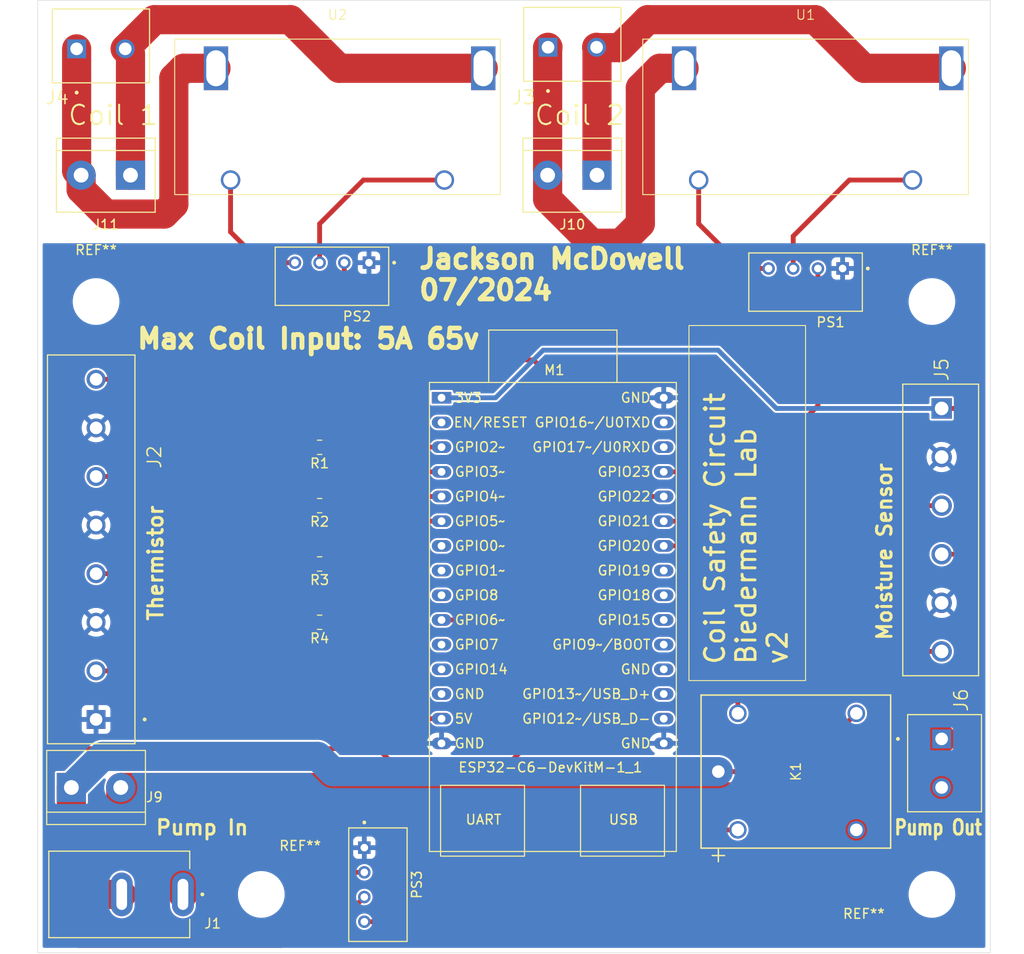
<source format=kicad_pcb>
(kicad_pcb (version 20240108) (generator "pcbnew") (generator_version "8.0")
  (title_block (title "Coil Safety Circuit") (date "2024-07-16") (rev "v2") (company "Biedermann Lab"))
  (layers (0 "F.Cu" signal) (31 "B.Cu" signal) (34 "B.Paste" user) (35 "F.Paste" user) (36 "B.SilkS" user "B.Silkscreen") (37 "F.SilkS" user "F.Silkscreen") (38 "B.Mask" user) (39 "F.Mask" user) (44 "Edge.Cuts" user))
  (net 0 "")
  (net 1 "Net-(J9-Pin_1)")
  (net 2 "Net-(J6-Pin_1)")
  (net 3 "Net-(J2-Pin_4)")
  (net 4 "Net-(J2-Pin_2)")
  (net 5 "GND")
  (net 6 "Net-(J2-Pin_6)")
  (net 7 "Net-(J2-Pin_8)")
  (net 8 "Net-(J10-Pin_1)")
  (net 9 "Net-(J10-Pin_2)")
  (net 10 "Net-(J11-Pin_1)")
  (net 11 "Net-(J11-Pin_2)")
  (net 12 "+3.3V")
  (net 13 "Net-(J5-Pin_3)")
  (net 14 "Net-(J5-Pin_6)")
  (net 15 "Net-(J6-Pin_2)")
  (net 16 "Net-(PS3-+VOUT)")
  (net 17 "Net-(PS3--VOUT)")
  (net 18 "Net-(M1-GPIO_22)")
  (net 21 "Net-(M1-GPIO_23)")
  (net 25 "Net-(M1-GPIO_6)")
  (net 37 "Net-(PS1-+VOUT)")
  (net 38 "Net-(PS1--VOUT)")
  (net 39 "Net-(PS2-+VOUT)")
  (net 40 "Net-(PS2--VOUT)")
  (net 41 "+5V")
  (footprint "Footprints:CUI_TB002-500-02BE" (layer "F.Cu") (at 106 57)
    (property "Reference" "J4" (at -2 5 0) (layer "F.SilkS") (effects (font (size 1.4 1.4))))
    (property "Value" "Screw_Terminal_01x02")
    (fp_line (start -2.5 -4.1) (end 7.5 -4.1) (stroke (width 0.127)) (layer "F.SilkS"))
    (fp_line (start -2.5 3.5) (end -2.5 -4.1) (stroke (width 0.127)) (layer "F.SilkS"))
    (fp_line (start 7.5 -4.1) (end 7.5 3.5) (stroke (width 0.127)) (layer "F.SilkS"))
    (fp_line (start 7.5 3.5) (end -2.5 3.5) (stroke (width 0.127)) (layer "F.SilkS"))
    (fp_circle (center 0 4.5) (end 0.1 4.5) (stroke (width 0.2)) (fill none) (layer "F.SilkS"))
    (pad "1" thru_hole rect (at 0 0) (size 1.95 1.95) (drill 1.3) (layers "*.Cu" "*.Mask") (net 11 "Net-(J11-Pin_2)"))
    (pad "2" thru_hole circle (at 5 0) (size 1.95 1.95) (drill 1.3) (layers "*.Cu" "*.Mask") (net 10 "Net-(J11-Pin_1)"))
  )
  (footprint "TerminalBlock:TerminalBlock_bornier-2_P5.08mm" (layer "F.Cu") (at 159.54 70 180)
    (property "Reference" "J10" (at 2.54 -5.08 0) (layer "F.SilkS"))
    (property "Value" "Conn_01x02_Pin")
    (fp_line (start 7.62 3.81) (end 7.62 -3.81) (stroke (width 0.12)) (layer "F.SilkS"))
    (fp_line (start 7.62 2.54) (end -2.54 2.54) (stroke (width 0.12)) (layer "F.SilkS"))
    (fp_line (start 7.62 -3.81) (end -2.54 -3.81) (stroke (width 0.12)) (layer "F.SilkS"))
    (fp_line (start -2.54 3.81) (end 7.62 3.81) (stroke (width 0.12)) (layer "F.SilkS"))
    (fp_line (start -2.54 -3.81) (end -2.54 3.81) (stroke (width 0.12)) (layer "F.SilkS"))
    (pad "1" thru_hole rect (at 0 0 180) (size 3 3) (drill 1.52) (layers "*.Cu" "*.Mask") (net 8 "Net-(J10-Pin_1)"))
    (pad "2" thru_hole circle (at 5.08 0 180) (size 3 3) (drill 1.52) (layers "*.Cu" "*.Mask") (net 9 "Net-(J10-Pin_2)"))
  )
  (footprint "TerminalBlock:TerminalBlock_bornier-2_P5.08mm" (layer "F.Cu") (at 111.54 70 180)
    (property "Reference" "J11" (at 2.54 -5.08 0) (layer "F.SilkS"))
    (property "Value" "Conn_01x02_Pin")
    (fp_line (start 7.62 3.81) (end 7.62 -3.81) (stroke (width 0.12)) (layer "F.SilkS"))
    (fp_line (start 7.62 2.54) (end -2.54 2.54) (stroke (width 0.12)) (layer "F.SilkS"))
    (fp_line (start 7.62 -3.81) (end -2.54 -3.81) (stroke (width 0.12)) (layer "F.SilkS"))
    (fp_line (start -2.54 3.81) (end 7.62 3.81) (stroke (width 0.12)) (layer "F.SilkS"))
    (fp_line (start -2.54 -3.81) (end -2.54 3.81) (stroke (width 0.12)) (layer "F.SilkS"))
    (pad "1" thru_hole rect (at 0 0 180) (size 3 3) (drill 1.52) (layers "*.Cu" "*.Mask") (net 10 "Net-(J11-Pin_1)"))
    (pad "2" thru_hole circle (at 5.08 0 180) (size 3 3) (drill 1.52) (layers "*.Cu" "*.Mask") (net 11 "Net-(J11-Pin_2)"))
  )
  (footprint "MountingHole:MountingHole_4.3mm_M4" (layer "F.Cu") (at 108 83)
    (property "Reference" "REF**" (at 0 -5.3 0) (layer "F.SilkS"))
    (property "Value" "MountingHole_4.3mm_M4")
    (pad "" np_thru_hole circle (at 0 0) (size 4.3 4.3) (drill 4.3) (layers "*.Cu" "*.Mask"))
  )
  (footprint "Resistor_SMD:R_0805_2012Metric" (layer "F.Cu") (at 131 98 180)
    (property "Reference" "R1" (at 0 -1.65 0) (layer "F.SilkS"))
    (property "Value" "10k")
    (fp_line (start -0.227064 0.735) (end 0.227064 0.735) (stroke (width 0.12)) (layer "F.SilkS"))
    (fp_line (start -0.227064 -0.735) (end 0.227064 -0.735) (stroke (width 0.12)) (layer "F.SilkS"))
    (pad "1" smd roundrect (at -0.9125 0 180) (size 1.025 1.4) (layers "F.Cu" "F.Paste" "F.Mask") (roundrect_rratio 0.243902) (net 7 "Net-(J2-Pin_8)"))
    (pad "2" smd roundrect (at 0.9125 0 180) (size 1.025 1.4) (layers "F.Cu" "F.Paste" "F.Mask") (roundrect_rratio 0.243902) (net 41 "+5V"))
  )
  (footprint "Footprints:CUI_TB002-500-02BE" (layer "F.Cu") (at 154.5 56.8375)
    (property "Reference" "J3" (at -2.5 5.1625 0) (layer "F.SilkS") (effects (font (size 1.4 1.4))))
    (property "Value" "Screw_Terminal_01x02")
    (fp_line (start -2.5 -4.1) (end 7.5 -4.1) (stroke (width 0.127)) (layer "F.SilkS"))
    (fp_line (start -2.5 3.5) (end -2.5 -4.1) (stroke (width 0.127)) (layer "F.SilkS"))
    (fp_line (start 7.5 -4.1) (end 7.5 3.5) (stroke (width 0.127)) (layer "F.SilkS"))
    (fp_line (start 7.5 3.5) (end -2.5 3.5) (stroke (width 0.127)) (layer "F.SilkS"))
    (fp_circle (center 0 4.5) (end 0.1 4.5) (stroke (width 0.2)) (fill none) (layer "F.SilkS"))
    (pad "1" thru_hole rect (at 0 0) (size 1.95 1.95) (drill 1.3) (layers "*.Cu" "*.Mask") (net 9 "Net-(J10-Pin_2)"))
    (pad "2" thru_hole circle (at 5 0) (size 1.95 1.95) (drill 1.3) (layers "*.Cu" "*.Mask") (net 8 "Net-(J10-Pin_1)"))
  )
  (footprint "Footprints:AZDC007-1AE-12D" (layer "F.Cu") (at 181 64)
    (property "Reference" "U1" (at 0 -10.5 0) (layer "F.SilkS") (effects (font (thickness 0.1))))
    (property "Value" "AZDC007-1AE-12D")
    (fp_rect (start -16.75 -8) (end 16.75 8) (stroke (width 0.1)) (fill none) (layer "F.SilkS"))
    (pad "1" thru_hole circle (at -11 6.5) (size 2 2) (drill 1.5) (layers "*.Cu" "*.Mask") (net 37 "Net-(PS1-+VOUT)"))
    (pad "2" thru_hole circle (at 11 6.5) (size 2 2) (drill 1.5) (layers "*.Cu" "*.Mask") (net 38 "Net-(PS1--VOUT)"))
    (pad "3" thru_hole rect (at 15 -5) (size 2.5 4.5) (drill oval 2 3.7) (layers "*.Cu" "*.Mask") (net 8 "Net-(J10-Pin_1)"))
    (pad "4" thru_hole rect (at -12.5 -5) (size 2.5 4.5) (drill oval 2 3.7) (layers "*.Cu" "*.Mask") (net 9 "Net-(J10-Pin_2)"))
  )
  (footprint "Footprints:CONV_1S4E_0312S1U" (layer "F.Cu") (at 132.27 80.4 180)
    (property "Reference" "PS2" (at -2.575 -4.135 0) (layer "F.SilkS"))
    (property "Value" "1S4E_0312S1U")
    (fp_line (start 5.84 3) (end -5.84 3) (stroke (width 0.127)) (layer "F.SilkS"))
    (fp_line (start 5.84 -3) (end 5.84 3) (stroke (width 0.127)) (layer "F.SilkS"))
    (fp_line (start -5.84 3) (end -5.84 -3) (stroke (width 0.127)) (layer "F.SilkS"))
    (fp_line (start -5.84 -3) (end 5.84 -3) (stroke (width 0.127)) (layer "F.SilkS"))
    (fp_circle (center -6.4 1.4) (end -6.3 1.4) (stroke (width 0.2)) (fill none) (layer "F.SilkS"))
    (pad "1" thru_hole rect (at -3.81 1.4 180) (size 1.288 1.288) (drill 0.78) (layers "*.Cu" "*.Mask") (net 5 "GND"))
    (pad "2" thru_hole circle (at -1.27 1.4 180) (size 1.288 1.288) (drill 0.78) (layers "*.Cu" "*.Mask") (net 18 "Net-(M1-GPIO_22)"))
    (pad "3" thru_hole circle (at 1.27 1.4 180) (size 1.288 1.288) (drill 0.78) (layers "*.Cu" "*.Mask") (net 40 "Net-(PS2--VOUT)"))
    (pad "4" thru_hole circle (at 3.81 1.4 180) (size 1.288 1.288) (drill 0.78) (layers "*.Cu" "*.Mask") (net 39 "Net-(PS2-+VOUT)"))
  )
  (footprint "Footprints:CONV_1S4E_0312S1U" (layer "F.Cu") (at 137 143 -90)
    (property "Reference" "PS3" (at 0 -4 90) (layer "F.SilkS"))
    (property "Value" "1S4E_0312S1U")
    (fp_line (start -5.84 3) (end -5.84 -3) (stroke (width 0.127)) (layer "F.SilkS"))
    (fp_line (start 5.84 3) (end -5.84 3) (stroke (width 0.127)) (layer "F.SilkS"))
    (fp_line (start -5.84 -3) (end 5.84 -3) (stroke (width 0.127)) (layer "F.SilkS"))
    (fp_line (start 5.84 -3) (end 5.84 3) (stroke (width 0.127)) (layer "F.SilkS"))
    (fp_circle (center -6.4 1.4) (end -6.3 1.4) (stroke (width 0.2)) (fill none) (layer "F.SilkS"))
    (pad "1" thru_hole rect (at -3.81 1.4 270) (size 1.288 1.288) (drill 0.78) (layers "*.Cu" "*.Mask") (net 5 "GND"))
    (pad "2" thru_hole circle (at -1.27 1.4 270) (size 1.288 1.288) (drill 0.78) (layers "*.Cu" "*.Mask") (net 25 "Net-(M1-GPIO_6)"))
    (pad "3" thru_hole circle (at 1.27 1.4 270) (size 1.288 1.288) (drill 0.78) (layers "*.Cu" "*.Mask") (net 17 "Net-(PS3--VOUT)"))
    (pad "4" thru_hole circle (at 3.81 1.4 270) (size 1.288 1.288) (drill 0.78) (layers "*.Cu" "*.Mask") (net 16 "Net-(PS3-+VOUT)"))
  )
  (footprint "Footprints:CUI_TB001-500-08BE" (layer "F.Cu") (at 108 126 90)
    (property "Reference" "J2" (at 27 6 90) (layer "F.SilkS") (effects (font (size 1.4 1.4))))
    (property "Value" "Screw_Terminal_01x08")
    (fp_line (start 37.5 -5) (end 37.5 4) (stroke (width 0.127)) (layer "F.SilkS"))
    (fp_line (start -2.5 -5) (end 37.5 -5) (stroke (width 0.127)) (layer "F.SilkS"))
    (fp_line (start 37.5 4) (end -2.5 4) (stroke (width 0.127)) (layer "F.SilkS"))
    (fp_line (start -2.5 4) (end -2.5 -5) (stroke (width 0.127)) (layer "F.SilkS"))
    (fp_circle (center 0 5) (end 0.1 5) (stroke (width 0.2)) (fill none) (layer "F.SilkS"))
    (pad "1" thru_hole rect (at 0 0 90) (size 1.95 1.95) (drill 1.3) (layers "*.Cu" "*.Mask") (net 5 "GND"))
    (pad "2" thru_hole circle (at 5 0 90) (size 1.95 1.95) (drill 1.3) (layers "*.Cu" "*.Mask") (net 4 "Net-(J2-Pin_2)"))
    (pad "3" thru_hole circle (at 10 0 90) (size 1.95 1.95) (drill 1.3) (layers "*.Cu" "*.Mask") (net 5 "GND"))
    (pad "4" thru_hole circle (at 15 0 90) (size 1.95 1.95) (drill 1.3) (layers "*.Cu" "*.Mask") (net 3 "Net-(J2-Pin_4)"))
    (pad "5" thru_hole circle (at 20 0 90) (size 1.95 1.95) (drill 1.3) (layers "*.Cu" "*.Mask") (net 5 "GND"))
    (pad "6" thru_hole circle (at 25 0 90) (size 1.95 1.95) (drill 1.3) (layers "*.Cu" "*.Mask") (net 6 "Net-(J2-Pin_6)"))
    (pad "7" thru_hole circle (at 30 0 90) (size 1.95 1.95) (drill 1.3) (layers "*.Cu" "*.Mask") (net 5 "GND"))
    (pad "8" thru_hole circle (at 35 0 90) (size 1.95 1.95) (drill 1.3) (layers "*.Cu" "*.Mask") (net 7 "Net-(J2-Pin_8)"))
  )
  (footprint "TerminalBlock:TerminalBlock_bornier-2_P5.08mm" (layer "F.Cu") (at 105.46 133)
    (property "Reference" "J9" (at 8.54 1 0) (layer "F.SilkS"))
    (property "Value" "Conn_01x02_Pin")
    (fp_line (start -2.54 -3.81) (end -2.54 3.81) (stroke (width 0.12)) (layer "F.SilkS"))
    (fp_line (start -2.54 3.81) (end 7.62 3.81) (stroke (width 0.12)) (layer "F.SilkS"))
    (fp_line (start 7.62 -3.81) (end -2.54 -3.81) (stroke (width 0.12)) (layer "F.SilkS"))
    (fp_line (start 7.62 2.54) (end -2.54 2.54) (stroke (width 0.12)) (layer "F.SilkS"))
    (fp_line (start 7.62 3.81) (end 7.62 -3.81) (stroke (width 0.12)) (layer "F.SilkS"))
    (pad "1" thru_hole rect (at 0 0) (size 3 3) (drill 1.52) (layers "*.Cu" "*.Mask") (net 1 "Net-(J9-Pin_1)"))
    (pad "2" thru_hole circle (at 5.08 0) (size 3 3) (drill 1.52) (layers "*.Cu" "*.Mask") (net 2 "Net-(J6-Pin_1)"))
  )
  (footprint "MountingHole:MountingHole_4.3mm_M4" (layer "F.Cu") (at 125 144)
    (property "Reference" "REF**" (at 4 -5 0) (layer "F.SilkS"))
    (property "Value" "MountingHole_4.3mm_M4")
    (pad "" np_thru_hole circle (at 0 0) (size 4.3 4.3) (drill 4.3) (layers "*.Cu" "*.Mask"))
  )
  (footprint "MountingHole:MountingHole_4.3mm_M4" (layer "F.Cu") (at 194 83)
    (property "Reference" "REF**" (at 0 -5.3 0) (layer "F.SilkS"))
    (property "Value" "MountingHole_4.3mm_M4")
    (pad "" np_thru_hole circle (at 0 0) (size 4.3 4.3) (drill 4.3) (layers "*.Cu" "*.Mask"))
  )
  (footprint "Resistor_SMD:R_0805_2012Metric" (layer "F.Cu") (at 131 104 180)
    (property "Reference" "R2" (at 0 -1.65 0) (layer "F.SilkS"))
    (property "Value" "10k")
    (fp_line (start -0.227064 0.735) (end 0.227064 0.735) (stroke (width 0.12)) (layer "F.SilkS"))
    (fp_line (start -0.227064 -0.735) (end 0.227064 -0.735) (stroke (width 0.12)) (layer "F.SilkS"))
    (pad "1" smd roundrect (at -0.9125 0 180) (size 1.025 1.4) (layers "F.Cu" "F.Paste" "F.Mask") (roundrect_rratio 0.243902) (net 6 "Net-(J2-Pin_6)"))
    (pad "2" smd roundrect (at 0.9125 0 180) (size 1.025 1.4) (layers "F.Cu" "F.Paste" "F.Mask") (roundrect_rratio 0.243902) (net 41 "+5V"))
  )
  (footprint "Resistor_SMD:R_0805_2012Metric" (layer "F.Cu") (at 131 110 180)
    (property "Reference" "R3" (at 0 -1.65 0) (layer "F.SilkS"))
    (property "Value" "10k")
    (fp_line (start -0.227064 0.735) (end 0.227064 0.735) (stroke (width 0.12)) (layer "F.SilkS"))
    (fp_line (start -0.227064 -0.735) (end 0.227064 -0.735) (stroke (width 0.12)) (layer "F.SilkS"))
    (pad "1" smd roundrect (at -0.9125 0 180) (size 1.025 1.4) (layers "F.Cu" "F.Paste" "F.Mask") (roundrect_rratio 0.243902) (net 3 "Net-(J2-Pin_4)"))
    (pad "2" smd roundrect (at 0.9125 0 180) (size 1.025 1.4) (layers "F.Cu" "F.Paste" "F.Mask") (roundrect_rratio 0.243902) (net 41 "+5V"))
  )
  (footprint "Resistor_SMD:R_0805_2012Metric" (layer "F.Cu") (at 131 116 180)
    (property "Reference" "R4" (at 0 -1.65 0) (layer "F.SilkS"))
    (property "Value" "10k")
    (fp_line (start -0.227064 0.735) (end 0.227064 0.735) (stroke (width 0.12)) (layer "F.SilkS"))
    (fp_line (start -0.227064 -0.735) (end 0.227064 -0.735) (stroke (width 0.12)) (layer "F.SilkS"))
    (pad "1" smd roundrect (at -0.9125 0 180) (size 1.025 1.4) (layers "F.Cu" "F.Paste" "F.Mask") (roundrect_rratio 0.243902) (net 4 "Net-(J2-Pin_2)"))
    (pad "2" smd roundrect (at 0.9125 0 180) (size 1.025 1.4) (layers "F.Cu" "F.Paste" "F.Mask") (roundrect_rratio 0.243902) (net 41 "+5V"))
  )
  (footprint "Footprints:ESP32-C6-DevKitM-1" (layer "F.Cu") (at 143.546 92.90026)
    (property "Reference" "M1" (at 11.6078 -2.8448 0) (layer "F.SilkS"))
    (property "Value" "ESP32-C6-DevKitM-1_1" (at 11.2 38.033 180) (layer "F.SilkS"))
    (fp_line (start -1.246 -1.575) (end -1.246 46.685) (stroke (width 0.12)) (layer "F.SilkS"))
    (fp_line (start -1.246 46.685) (end 24.154 46.685) (stroke (width 0.12)) (layer "F.SilkS"))
    (fp_line (start 4.85172 -6.96532) (end 18.05172 -6.96532) (stroke (width 0.12)) (layer "F.SilkS"))
    (fp_line (start 4.85172 -1.59532) (end 4.85172 -6.96532) (stroke (width 0.12)) (layer "F.SilkS"))
    (fp_line (start 18.05172 -6.96532) (end 18.05172 -1.59532) (stroke (width 0.12)) (layer "F.SilkS"))
    (fp_line (start 24.154 -1.575) (end -1.246 -1.575) (stroke (width 0.12)) (layer "F.SilkS"))
    (fp_line (start 24.154 46.685) (end 24.154 -1.575) (stroke (width 0.12)) (layer "F.SilkS"))
    (fp_rect (start -0.0998 39.875) (end 8.5362 47.1648) (stroke (width 0.12)) (fill none) (layer "F.SilkS"))
    (fp_rect (start 14.3002 39.875) (end 22.9362 47.1648) (stroke (width 0.12)) (fill none) (layer "F.SilkS"))
    (fp_text user "GND" (at 21.59 35.56 0) (layer "F.SilkS") (effects (justify right)))
    (fp_text user "GPIO20" (at 21.59 15.24 0) (layer "F.SilkS") (effects (justify right)))
    (fp_text user "GPIO0~" (at 1.27 15.24 0) (layer "F.SilkS") (effects (justify left)))
    (fp_text user "GPIO15" (at 21.59 22.86 0) (layer "F.SilkS") (effects (justify right)))
    (fp_text user "5V" (at 1.27 33.02 0) (layer "F.SilkS") (effects (justify left)))
    (fp_text user "GND" (at 1.27 35.56 0) (layer "F.SilkS") (effects (justify left)))
    (fp_text user "3V3" (at 1.27 0 0) (layer "F.SilkS") (effects (justify left)))
    (fp_text user "UART" (at 4.3198 43.9898 0) (layer "F.SilkS") (effects (justify bottom)))
    (fp_text user "EN/RESET" (at 8.88632 2.54 0) (layer "F.SilkS") (effects (justify right)))
    (fp_text user "GPIO14" (at 1.27 27.94 0) (layer "F.SilkS") (effects (justify left)))
    (fp_text user "GPIO12~/USB_D-" (at 21.59 33.02 0) (layer "F.SilkS") (effects (justify right)))
    (fp_text user "GPIO19" (at 21.59 17.78 0) (layer "F.SilkS") (effects (justify right)))
    (fp_text user "GPIO8" (at 1.27 20.32 0) (layer "F.SilkS") (effects (justify left)))
    (fp_text user "GPIO9~/BOOT" (at 21.59 25.4 0) (layer "F.SilkS") (effects (justify right)))
    (fp_text user "GPIO13~/USB_D+" (at 21.59 30.48 0) (layer "F.SilkS") (effects (justify right)))
    (fp_text user "GPIO18" (at 21.59 20.32 0) (layer "F.SilkS") (effects (justify right)))
    (fp_text user "GPIO7" (at 1.27 25.4 0) (layer "F.SilkS") (effects (justify left)))
    (fp_text user "GPIO6~" (at 1.27 22.86 0) (layer "F.SilkS") (effects (justify left)))
    (fp_text user "GPIO4~" (at 1.27 10.16 0) (layer "F.SilkS") (effects (justify left)))
    (fp_text user "GPIO17~/U0RXD" (at 21.59 5.08 0) (layer "F.SilkS") (effects (justify right)))
    (fp_text user "GPIO3~" (at 1.27 7.62 0) (layer "F.SilkS") (effects (justify left)))
    (fp_text user "GND" (at 1.27 30.48 0) (layer "F.SilkS") (effects (justify left)))
    (fp_text user "GPIO1~" (at 1.27 17.78 0) (layer "F.SilkS") (effects (justify left)))
    (fp_text user "GPIO16~/U0TXD" (at 21.59 2.54 0) (layer "F.SilkS") (effects (justify right)))
    (fp_text user "GPIO22" (at 21.59 10.16 0) (layer "F.SilkS") (effects (justify right)))
    (fp_text user "GPIO23" (at 21.59 7.62 0) (layer "F.SilkS") (effects (justify right)))
    (fp_text user "GND" (at 21.59 27.94 0) (layer "F.SilkS") (effects (justify right)))
    (fp_text user "GPIO5~" (at 1.27 12.7 0) (layer "F.SilkS") (effects (justify left)))
    (fp_text user "USB" (at 18.7198 43.9898 0) (layer "F.SilkS") (effects (justify bottom)))
    (fp_text user "GPIO21" (at 21.59 12.7 0) (layer "F.SilkS") (effects (justify right)))
    (fp_text user "GPIO2~" (at 1.27 5.08 0) (layer "F.SilkS") (effects (justify left)))
    (fp_text user "GND" (at 21.59 0 0) (layer "F.SilkS") (effects (justify right)))
    (pad "1" thru_hole rect (at 0 0 270) (size 1.2 2) (drill 0.8) (layers "*.Cu" "*.Mask") (net 12 "+3.3V"))
    (pad "2" thru_hole oval (at 0 2.54 270) (size 1.2 2) (drill 0.8) (layers "*.Cu" "*.Mask"))
    (pad "3" thru_hole oval (at 0 5.08 270) (size 1.2 2) (drill 0.8) (layers "*.Cu" "*.Mask") (net 7 "Net-(J2-Pin_8)"))
    (pad "4" thru_hole oval (at 0 7.62 270) (size 1.2 2) (drill 0.8) (layers "*.Cu" "*.Mask") (net 6 "Net-(J2-Pin_6)"))
    (pad "5" thru_hole oval (at 0 10.16 270) (size 1.2 2) (drill 0.8) (layers "*.Cu" "*.Mask") (net 3 "Net-(J2-Pin_4)"))
    (pad "6" thru_hole oval (at 0 12.7 270) (size 1.2 2) (drill 0.8) (layers "*.Cu" "*.Mask") (net 4 "Net-(J2-Pin_2)"))
    (pad "7" thru_hole oval (at 0 15.24 270) (size 1.2 2) (drill 0.8) (layers "*.Cu" "*.Mask"))
    (pad "8" thru_hole oval (at 0 17.78 270) (size 1.2 2) (drill 0.8) (layers "*.Cu" "*.Mask"))
    (pad "9" thru_hole oval (at 0 20.32 270) (size 1.2 2) (drill 0.8) (layers "*.Cu" "*.Mask"))
    (pad "10" thru_hole oval (at 0 22.86 270) (size 1.2 2) (drill 0.8) (layers "*.Cu" "*.Mask") (net 25 "Net-(M1-GPIO_6)"))
    (pad "11" thru_hole oval (at 0 25.4 270) (size 1.2 2) (drill 0.8) (layers "*.Cu" "*.Mask"))
    (pad "12" thru_hole oval (at 0 27.94 270) (size 1.2 2) (drill 0.8) (layers "*.Cu" "*.Mask"))
    (pad "13" thru_hole oval (at 0 30.48 270) (size 1.2 2) (drill 0.8) (layers "*.Cu" "*.Mask"))
    (pad "14" thru_hole oval (at 0 33.02 270) (size 1.2 2) (drill 0.8) (layers "*.Cu" "*.Mask") (net 41 "+5V"))
    (pad "15" thru_hole oval (at 0 35.56 270) (size 1.2 2) (drill 0.8) (layers "*.Cu" "*.Mask") (net 5 "GND"))
    (pad "16" thru_hole oval (at 22.86 35.56 270) (size 1.2 2) (drill 0.8) (layers "*.Cu" "*.Mask") (net 5 "GND"))
    (pad "17" thru_hole oval (at 22.86 33.02 270) (size 1.2 2) (drill 0.8) (layers "*.Cu" "*.Mask"))
    (pad "18" thru_hole oval (at 22.86 30.48 270) (size 1.2 2) (drill 0.8) (layers "*.Cu" "*.Mask"))
    (pad "19" thru_hole oval (at 22.86 27.94 270) (size 1.2 2) (drill 0.8) (layers "*.Cu" "*.Mask"))
    (pad "20" thru_hole oval (at 22.86 25.4 270) (size 1.2 2) (drill 0.8) (layers "*.Cu" "*.Mask"))
    (pad "21" thru_hole oval (at 22.86 22.86 270) (size 1.2 2) (drill 0.8) (layers "*.Cu" "*.Mask"))
    (pad "22" thru_hole oval (at 22.86 20.32 270) (size 1.2 2) (drill 0.8) (layers "*.Cu" "*.Mask"))
    (pad "23" thru_hole oval (at 22.86 17.78 270) (size 1.2 2) (drill 0.8) (layers "*.Cu" "*.Mask"))
    (pad "24" thru_hole oval (at 22.86 15.24 270) (size 1.2 2) (drill 0.8) (layers "*.Cu" "*.Mask") (net 14 "Net-(J5-Pin_6)"))
    (pad "25" thru_hole oval (at 22.86 12.7 270) (size 1.2 2) (drill 0.8) (layers "*.Cu" "*.Mask") (net 13 "Net-(J5-Pin_3)"))
    (pad "26" thru_hole oval (at 22.86 10.16 270) (size 1.2 2) (drill 0.8) (layers "*.Cu" "*.Mask") (net 18 "Net-(M1-GPIO_22)"))
    (pad "27" thru_hole oval (at 22.86 7.62 270) (size 1.2 2) (drill 0.8) (layers "*.Cu" "*.Mask") (net 21 "Net-(M1-GPIO_23)"))
    (pad "28" thru_hole oval (at 22.86 5.08 270) (size 1.2 2) (drill 0.8) (layers "*.Cu" "*.Mask"))
    (pad "29" thru_hole oval (at 22.86 2.54 270) (size 1.2 2) (drill 0.8) (layers "*.Cu" "*.Mask"))
    (pad "30" thru_hole oval (at 22.86 0 270) (size 1.2 2) (drill 0.8) (layers "*.Cu" "*.Mask") (net 5 "GND"))
  )
  (footprint "MountingHole:MountingHole_4.3mm_M4" (layer "F.Cu") (at 194 144)
    (property "Reference" "REF**" (at -7 2 0) (layer "F.SilkS"))
    (property "Value" "MountingHole_4.3mm_M4")
    (pad "" np_thru_hole circle (at 0 0) (size 4.3 4.3) (drill 4.3) (layers "*.Cu" "*.Mask"))
  )
  (footprint "Footprints:CONV_1S4E_0312S1U" (layer "F.Cu") (at 181 81 180)
    (property "Reference" "PS1" (at -2.575 -4.135 0) (layer "F.SilkS"))
    (property "Value" "1S4E_0312S1U")
    (fp_line (start 5.84 3) (end -5.84 3) (stroke (width 0.127)) (layer "F.SilkS"))
    (fp_line (start 5.84 -3) (end 5.84 3) (stroke (width 0.127)) (layer "F.SilkS"))
    (fp_line (start -5.84 3) (end -5.84 -3) (stroke (width 0.127)) (layer "F.SilkS"))
    (fp_line (start -5.84 -3) (end 5.84 -3) (stroke (width 0.127)) (layer "F.SilkS"))
    (fp_circle (center -6.4 1.4) (end -6.3 1.4) (stroke (width 0.2)) (fill none) (layer "F.SilkS"))
    (pad "1" thru_hole rect (at -3.81 1.4 180) (size 1.288 1.288) (drill 0.78) (layers "*.Cu" "*.Mask") (net 5 "GND"))
    (pad "2" thru_hole circle (at -1.27 1.4 180) (size 1.288 1.288) (drill 0.78) (layers "*.Cu" "*.Mask") (net 21 "Net-(M1-GPIO_23)"))
    (pad "3" thru_hole circle (at 1.27 1.4 180) (size 1.288 1.288) (drill 0.78) (layers "*.Cu" "*.Mask") (net 38 "Net-(PS1--VOUT)"))
    (pad "4" thru_hole circle (at 3.81 1.4 180) (size 1.288 1.288) (drill 0.78) (layers "*.Cu" "*.Mask") (net 37 "Net-(PS1-+VOUT)"))
  )
  (footprint "Footprints:AZ943-1CH-12DE" (layer "F.Cu") (at 172.0244 131.365 90)
    (property "Reference" "K1" (at 0 7.9756 90) (layer "F.SilkS"))
    (property "Value" "AZ943-1CH-12DE")
    (fp_line (start 7.874 -1.778) (end -7.874 -1.778) (stroke (width 0.1524)) (layer "F.SilkS"))
    (fp_line (start 7.874 -1.778) (end 7.874 17.7292) (stroke (width 0.1524)) (layer "F.SilkS"))
    (fp_line (start -7.874 -1.778) (end -7.874 17.7292) (stroke (width 0.1524)) (layer "F.SilkS"))
    (fp_line (start -8.636 -0.635) (end -8.636 0.635) (stroke (width 0.1524)) (layer "F.SilkS"))
    (fp_line (start -9.271 0) (end -8.001 0) (stroke (width 0.1524)) (layer "F.SilkS"))
    (fp_line (start 7.874 17.7292) (end -7.874 17.7292) (stroke (width 0.1524)) (layer "F.SilkS"))
    (pad "1" thru_hole rect (at 0 0 90) (size 1.8034 1.8034) (drill 1.2954) (layers "*.Cu" "*.Mask") (net 1 "Net-(J9-Pin_1)"))
    (pad "2" thru_hole circle (at -5.9944 2.0066 90) (size 1.8034 1.8034) (drill 1.2954) (layers "*.Cu" "*.Mask") (net 16 "Net-(PS3-+VOUT)"))
    (pad "3" thru_hole circle (at -5.9944 14.1986 90) (size 1.8034 1.8034) (drill 1.2954) (layers "*.Cu" "*.Mask") (net 15 "Net-(J6-Pin_2)"))
    (pad "4" thru_hole circle (at 5.9944 14.1986 90) (size 1.8034 1.8034) (drill 1.2954) (layers "*.Cu" "*.Mask") (net 1 "Net-(J9-Pin_1)"))
    (pad "5" thru_hole circle (at 5.9944 2.0066 90) (size 1.8034 1.8034) (drill 1.2954) (layers "*.Cu" "*.Mask") (net 17 "Net-(PS3--VOUT)"))
  )
  (footprint "Footprints:CUI_PJ-037BH" (layer "F.Cu") (at 116.9375 144 180)
    (property "Reference" "J1" (at -3.0625 -3 0) (layer "F.SilkS") (effects (font (size 1.000315 1.000315))))
    (property "Value" "PJ-037BH")
    (fp_line (start 13.8 4.45) (end -0.7 4.45) (stroke (width 0.127)) (layer "F.SilkS"))
    (fp_line (start 13.8 -4.45) (end 13.8 4.45) (stroke (width 0.127)) (layer "F.SilkS"))
    (fp_line (start -0.7 4.45) (end -0.7 2.65) (stroke (width 0.127)) (layer "F.SilkS"))
    (fp_line (start -0.7 -2.55) (end -0.7 -4.45) (stroke (width 0.127)) (layer "F.SilkS"))
    (fp_line (start -0.7 -4.45) (end 13.8 -4.45) (stroke (width 0.127)) (layer "F.SilkS"))
    (fp_circle (center -2 0) (end -1.9 0) (stroke (width 0.2)) (fill none) (layer "F.SilkS"))
    (pad "1" thru_hole oval (at 0 0 180) (size 2.25 4.5) (drill oval 1.1 3.2) (layers "*.Cu" "*.Mask") (net 2 "Net-(J6-Pin_1)"))
    (pad "2" thru_hole oval (at 6.3 0 180) (size 2.25 4.5) (drill oval 1.1 3.2) (layers "*.Cu" "*.Mask") (net 1 "Net-(J9-Pin_1)"))
  )
  (footprint "Footprints:CUI_TB003-500-P06BE" (layer "F.Cu") (at 195 94 -90)
    (property "Reference" "J5" (at -4 0 90) (layer "F.SilkS") (effects (font (size 1.4 1.4))))
    (property "Value" "Screw_Terminal_01x06")
    (fp_line (start -2.5 4) (end -2.5 -3.8) (stroke (width 0.127)) (layer "F.SilkS"))
    (fp_line (start 27.5 4) (end -2.5 4) (stroke (width 0.127)) (layer "F.SilkS"))
    (fp_line (start -2.5 -3.8) (end 27.5 -3.8) (stroke (width 0.127)) (layer "F.SilkS"))
    (fp_line (start 27.5 -3.8) (end 27.5 4) (stroke (width 0.127)) (layer "F.SilkS"))
    (pad "1" thru_hole rect (at 0 0 270) (size 2.1 2.1) (drill 1.4) (layers "*.Cu" "*.Mask") (net 12 "+3.3V"))
    (pad "2" thru_hole circle (at 5 0 270) (size 2.1 2.1) (drill 1.4) (layers "*.Cu" "*.Mask") (net 5 "GND"))
    (pad "3" thru_hole circle (at 10 0 270) (size 2.1 2.1) (drill 1.4) (layers "*.Cu" "*.Mask") (net 13 "Net-(J5-Pin_3)"))
    (pad "4" thru_hole circle (at 15 0 270) (size 2.1 2.1) (drill 1.4) (layers "*.Cu" "*.Mask") (net 12 "+3.3V"))
    (pad "5" thru_hole circle (at 20 0 270) (size 2.1 2.1) (drill 1.4) (layers "*.Cu" "*.Mask") (net 5 "GND"))
    (pad "6" thru_hole circle (at 25 0 270) (size 2.1 2.1) (drill 1.4) (layers "*.Cu" "*.Mask") (net 14 "Net-(J5-Pin_6)"))
  )
  (footprint "Footprints:CUI_TB002-500-02BE" (layer "F.Cu") (at 195 128 -90)
    (property "Reference" "J6" (at -4 -2 90) (layer "F.SilkS") (effects (font (size 1.4 1.4))))
    (property "Value" "Screw_Terminal_01x02")
    (fp_line (start -2.5 3.5) (end -2.5 -4.1) (stroke (width 0.127)) (layer "F.SilkS"))
    (fp_line (start 7.5 3.5) (end -2.5 3.5) (stroke (width 0.127)) (layer "F.SilkS"))
    (fp_line (start -2.5 -4.1) (end 7.5 -4.1) (stroke (width 0.127)) (layer "F.SilkS"))
    (fp_line (start 7.5 -4.1) (end 7.5 3.5) (stroke (width 0.127)) (layer "F.SilkS"))
    (fp_circle (center 0 4.5) (end 0.1 4.5) (stroke (width 0.2)) (fill none) (layer "F.SilkS"))
    (pad "1" thru_hole rect (at 0 0 270) (size 1.95 1.95) (drill 1.3) (layers "*.Cu" "*.Mask") (net 2 "Net-(J6-Pin_1)"))
    (pad "2" thru_hole circle (at 5 0 270) (size 1.95 1.95) (drill 1.3) (layers "*.Cu" "*.Mask") (net 15 "Net-(J6-Pin_2)"))
  )
  (footprint "Footprints:AZDC007-1AE-12D" (layer "F.Cu") (at 132.8375 64)
    (property "Reference" "U2" (at 0 -10.5 0) (layer "F.SilkS") (effects (font (thickness 0.1))))
    (property "Value" "AZDC007-1AE-12D")
    (fp_rect (start -16.75 -8) (end 16.75 8) (stroke (width 0.1)) (fill none) (layer "F.SilkS"))
    (pad "1" thru_hole circle (at -11 6.5) (size 2 2) (drill 1.5) (layers "*.Cu" "*.Mask") (net 39 "Net-(PS2-+VOUT)"))
    (pad "2" thru_hole circle (at 11 6.5) (size 2 2) (drill 1.5) (layers "*.Cu" "*.Mask") (net 40 "Net-(PS2--VOUT)"))
    (pad "3" thru_hole rect (at 15 -5) (size 2.5 4.5) (drill oval 2 3.7) (layers "*.Cu" "*.Mask") (net 10 "Net-(J11-Pin_1)"))
    (pad "4" thru_hole rect (at -12.5 -5) (size 2.5 4.5) (drill oval 2 3.7) (layers "*.Cu" "*.Mask") (net 11 "Net-(J11-Pin_2)"))
  )
  (gr_rect (start 102 52) (end 200 150) (stroke (width 0.05)) (fill none) (layer "Edge.Cuts"))
  (gr_text "Jackson McDowell \n07/2024" (at 141 83 0) (layer "F.SilkS") (effects (font (size 2 2) (thickness 0.5) (bold yes)) (justify left bottom)))
  (gr_text "Moisture Sensor" (at 190 118 90) (layer "F.SilkS") (effects (font (size 1.5 1.5) (thickness 0.3) (bold yes)) (justify left bottom)))
  (gr_text "Thermistor" (at 115 116 90) (layer "F.SilkS") (effects (font (size 1.5 1.5) (thickness 0.3) (bold yes)) (justify left bottom)))
  (gr_text "Max Coil Input: 5A 65v" (at 112 88 0) (layer "F.SilkS") (effects (font (size 2 2) (thickness 0.5) (bold yes)) (justify left bottom)))
  (gr_text "Pump In" (at 114 138 0) (layer "F.SilkS") (effects (font (size 1.5 1.5) (thickness 0.3) (bold yes)) (justify left bottom)))
  (gr_text "Pump Out" (at 190 138 0) (layer "F.SilkS") (effects (font (size 1.5 1.2) (thickness 0.3) (bold yes)) (justify left bottom)))
  (gr_text "Coil 2" (at 153 65 0) (layer "F.SilkS") (effects (font (size 2 2) (thickness 0.2)) (justify left bottom)))
  (gr_text "Coil 1" (at 105 65 0) (layer "F.SilkS") (effects (font (size 2 2) (thickness 0.2)) (justify left bottom)))
  (gr_text_box "Coil Safety Circuit\nBiedermann Lab\nv2\n" (start 169 85.4666) (end 181 122) (angle 90) (layer "F.SilkS") (effects (font (size 2 2) (thickness 0.3)) (justify left top)) (border yes) (stroke (width 0.1)))
  (segment (start 180.2286 131.365) (end 186.223 125.3706) (width 0.5) (layer "F.Cu") (net 1))
  (segment (start 105.46 141.46) (end 105.46 133) (width 3) (layer "F.Cu") (net 1))
  (segment (start 108 144) (end 105.46 141.46) (width 3) (layer "F.Cu") (net 1))
  (segment (start 110.6375 144) (end 108 144) (width 3) (layer "F.Cu") (net 1))
  (segment (start 172.0244 131.365) (end 180.2286 131.365) (width 0.5) (layer "F.Cu") (net 1))
  (segment (start 108.66 129.8) (end 130.8 129.8) (width 3) (layer "B.Cu") (net 1))
  (segment (start 132.365 131.365) (end 172.0244 131.365) (width 3) (layer "B.Cu") (net 1))
  (segment (start 130.8 129.8) (end 132.365 131.365) (width 3) (layer "B.Cu") (net 1))
  (segment (start 105.46 133) (end 108.66 129.8) (width 3) (layer "B.Cu") (net 1))
  (segment (start 134.9667 133.9667) (end 184.0333 133.9667) (width 3) (layer "F.Cu") (net 2))
  (segment (start 134 133) (end 134.9667 133.9667) (width 3) (layer "F.Cu") (net 2))
  (segment (start 116 139) (end 113 139) (width 3) (layer "F.Cu") (net 2))
  (segment (start 116.9375 139.9375) (end 116 139) (width 3) (layer "F.Cu") (net 2))
  (segment (start 110.54 136.54) (end 110.54 133) (width 3) (layer "F.Cu") (net 2))
  (segment (start 113 139) (end 110.54 136.54) (width 3) (layer "F.Cu") (net 2))
  (segment (start 110.54 133) (end 134 133) (width 3) (layer "F.Cu") (net 2))
  (segment (start 184.0333 133.9667) (end 190 128) (width 3) (layer "F.Cu") (net 2))
  (segment (start 116.9375 144) (end 116.9375 139.9375) (width 3) (layer "F.Cu") (net 2))
  (segment (start 190 128) (end 195 128) (width 3) (layer "F.Cu") (net 2))
  (segment (start 134 110) (end 140.93974 103.06026) (width 0.5) (layer "F.Cu") (net 3))
  (segment (start 118 111) (end 120 113) (width 0.5) (layer "F.Cu") (net 3))
  (segment (start 131.9125 112.0875) (end 131.9125 110) (width 0.5) (layer "F.Cu") (net 3))
  (segment (start 131.9125 110) (end 134 110) (width 0.5) (layer "F.Cu") (net 3))
  (segment (start 108 111) (end 118 111) (width 0.5) (layer "F.Cu") (net 3))
  (segment (start 120 113) (end 131 113) (width 0.5) (layer "F.Cu") (net 3))
  (segment (start 140.93974 103.06026) (end 143.546 103.06026) (width 0.5) (layer "F.Cu") (net 3))
  (segment (start 131 113) (end 131.9125 112.0875) (width 0.5) (layer "F.Cu") (net 3))
  (segment (start 134 116) (end 136 114) (width 0.5) (layer "F.Cu") (net 4))
  (segment (start 140.39974 105.60026) (end 143.546 105.60026) (width 0.5) (layer "F.Cu") (net 4))
  (segment (start 136 110) (end 140.39974 105.60026) (width 0.5) (layer "F.Cu") (net 4))
  (segment (start 131.9125 119.0875) (end 131.9125 116) (width 0.5) (layer "F.Cu") (net 4))
  (segment (start 130 121) (end 131.9125 119.0875) (width 0.5) (layer "F.Cu") (net 4))
  (segment (start 136 114) (end 136 110) (width 0.5) (layer "F.Cu") (net 4))
  (segment (start 131.9125 116) (end 134 116) (width 0.5) (layer "F.Cu") (net 4))
  (segment (start 108 121) (end 130 121) (width 0.5) (layer "F.Cu") (net 4))
  (segment (start 131 101) (end 131.9125 101.9125) (width 0.5) (layer "F.Cu") (net 6))
  (segment (start 131.9125 101.9125) (end 131.9125 104) (width 0.5) (layer "F.Cu") (net 6))
  (segment (start 135 104) (end 138.47974 100.52026) (width 0.5) (layer "F.Cu") (net 6))
  (segment (start 138.47974 100.52026) (end 143.546 100.52026) (width 0.5) (layer "F.Cu") (net 6))
  (segment (start 131.9125 104) (end 135 104) (width 0.5) (layer "F.Cu") (net 6))
  (segment (start 108 101) (end 131 101) (width 0.5) (layer "F.Cu") (net 6))
  (segment (start 133 98) (end 133.01974 97.98026) (width 0.5) (layer "F.Cu") (net 7))
  (segment (start 108 91) (end 129 91) (width 0.5) (layer "F.Cu") (net 7))
  (segment (start 131.9125 98) (end 133 98) (width 0.5) (layer "F.Cu") (net 7))
  (segment (start 129 91) (end 131.9125 93.9125) (width 0.5) (layer "F.Cu") (net 7))
  (segment (start 133.01974 97.98026) (end 143.546 97.98026) (width 0.5) (layer "F.Cu") (net 7))
  (segment (start 131.9125 93.9125) (end 131.9125 98) (width 0.5) (layer "F.Cu") (net 7))
  (segment (start 159.54 70) (end 159.54 56.8775) (width 3) (layer "F.Cu") (net 8))
  (segment (start 161.8775 56.8775) (end 164.755 54) (width 3) (layer "F.Cu") (net 8))
  (segment (start 187 59) (end 196 59) (width 3) (layer "F.Cu") (net 8))
  (segment (start 182 54) (end 187 59) (width 3) (layer "F.Cu") (net 8))
  (segment (start 164.755 54) (end 182 54) (width 3) (layer "F.Cu") (net 8))
  (segment (start 159.54 56.8775) (end 159.5 56.8375) (width 3) (layer "F.Cu") (net 8))
  (segment (start 159.54 56.8775) (end 161.8775 56.8775) (width 3) (layer "F.Cu") (net 8))
  (segment (start 164 61) (end 164 75) (width 3) (layer "F.Cu") (net 9))
  (segment (start 168.5 59) (end 166 59) (width 3) (layer "F.Cu") (net 9))
  (segment (start 164 75) (end 162 77) (width 3) (layer "F.Cu") (net 9))
  (segment (start 154.46 72.46) (end 154.46 70) (width 3) (layer "F.Cu") (net 9))
  (segment (start 154.46 70) (end 154.46 56.8775) (width 3) (layer "F.Cu") (net 9))
  (segment (start 166 59) (end 164 61) (width 3) (layer "F.Cu") (net 9))
  (segment (start 154.46 56.8775) (end 154.5 56.8375) (width 3) (layer "F.Cu") (net 9))
  (segment (start 162 77) (end 159 77) (width 3) (layer "F.Cu") (net 9))
  (segment (start 159 77) (end 154.46 72.46) (width 3) (layer "F.Cu") (net 9))
  (segment (start 114 54) (end 111 57) (width 3) (layer "F.Cu") (net 10))
  (segment (start 111.54 70) (end 111.54 57.54) (width 3) (layer "F.Cu") (net 10))
  (segment (start 133 59) (end 128 54) (width 3) (layer "F.Cu") (net 10))
  (segment (start 128 54) (end 114 54) (width 3) (layer "F.Cu") (net 10))
  (segment (start 147.8375 59) (end 133 59) (width 3) (layer "F.Cu") (net 10))
  (segment (start 111.54 57.54) (end 111 57) (width 3) (layer "F.Cu") (net 10))
  (segment (start 120.3375 59) (end 117 59) (width 3) (layer "F.Cu") (net 11))
  (segment (start 115 74) (end 109 74) (width 3) (layer "F.Cu") (net 11))
  (segment (start 106.46 71.46) (end 106.46 70) (width 3) (layer "F.Cu") (net 11))
  (segment (start 109 74) (end 106.46 71.46) (width 3) (layer "F.Cu") (net 11))
  (segment (start 106 57) (end 106 69.54) (width 3) (layer "F.Cu") (net 11))
  (segment (start 116 60) (end 116 73) (width 3) (layer "F.Cu") (net 11))
  (segment (start 116 73) (end 115 74) (width 3) (layer "F.Cu") (net 11))
  (segment (start 106 69.54) (end 106.46 70) (width 3) (layer "F.Cu") (net 11))
  (segment (start 117 59) (end 116 60) (width 3) (layer "F.Cu") (net 11))
  (segment (start 195 109) (end 197 109) (width 0.5) (layer "F.Cu") (net 12))
  (segment (start 197 94) (end 195 94) (width 0.5) (layer "F.Cu") (net 12))
  (segment (start 197 109) (end 198 108) (width 0.5) (layer "F.Cu") (net 12))
  (segment (start 198 95) (end 197 94) (width 0.5) (layer "F.Cu") (net 12))
  (segment (start 198 108) (end 198 95) (width 0.5) (layer "F.Cu") (net 12))
  (segment (start 178 94) (end 195 94) (width 0.5) (layer "B.Cu") (net 12))
  (segment (start 154 88) (end 172 88) (width 0.5) (layer "B.Cu") (net 12))
  (segment (start 143.546 92.90026) (end 149.09974 92.90026) (width 0.5) (layer "B.Cu") (net 12))
  (segment (start 172 88) (end 178 94) (width 0.5) (layer "B.Cu") (net 12))
  (segment (start 149.09974 92.90026) (end 154 88) (width 0.5) (layer "B.Cu") (net 12))
  (segment (start 182.39974 105.60026) (end 166.406 105.60026) (width 0.5) (layer "F.Cu") (net 13))
  (segment (start 184 104) (end 182.39974 105.60026) (width 0.5) (layer "F.Cu") (net 13))
  (segment (start 195 104) (end 184 104) (width 0.5) (layer "F.Cu") (net 13))
  (segment (start 188 119) (end 177.14026 108.14026) (width 0.5) (layer "F.Cu") (net 14))
  (segment (start 177.14026 108.14026) (end 166.406 108.14026) (width 0.5) (layer "F.Cu") (net 14))
  (segment (start 195 119) (end 188 119) (width 0.5) (layer "F.Cu") (net 14))
  (segment (start 186.223 137.3594) (end 190.5824 133) (width 3) (layer "F.Cu") (net 15))
  (segment (start 190.5824 133) (end 195 133) (width 3) (layer "F.Cu") (net 15))
  (segment (start 135.6 146.81) (end 162.19 146.81) (width 0.5) (layer "F.Cu") (net 16))
  (segment (start 162.19 146.81) (end 171.6406 137.3594) (width 0.5) (layer "F.Cu") (net 16))
  (segment (start 171.6406 137.3594) (end 174.031 137.3594) (width 0.5) (layer "F.Cu") (net 16))
  (segment (start 193 136) (end 197 136) (width 0.5) (layer "F.Cu") (net 17))
  (segment (start 174.031 123.969) (end 174.031 125.3706) (width 0.5) (layer "F.Cu") (net 17))
  (segment (start 135.6 144.27) (end 134 145.87) (width 0.5) (layer "F.Cu") (net 17))
  (segment (start 175 123) (end 174.031 123.969) (width 0.5) (layer "F.Cu") (net 17))
  (segment (start 134 148) (end 135 149) (width 0.5) (layer "F.Cu") (net 17))
  (segment (start 180 149) (end 193 136) (width 0.5) (layer "F.Cu") (net 17))
  (segment (start 198 126) (end 195 123) (width 0.5) (layer "F.Cu") (net 17))
  (segment (start 195 123) (end 175 123) (width 0.5) (layer "F.Cu") (net 17))
  (segment (start 134 145.87) (end 134 148) (width 0.5) (layer "F.Cu") (net 17))
  (segment (start 197 136) (end 198 135) (width 0.5) (layer "F.Cu") (net 17))
  (segment (start 198 135) (end 198 126) (width 0.5) (layer "F.Cu") (net 17))
  (segment (start 135 149) (end 180 149) (width 0.5) (layer "F.Cu") (net 17))
  (segment (start 153 89) (end 160 96) (width 0.5) (layer "F.Cu") (net 18))
  (segment (start 160 96) (end 160 99) (width 0.5) (layer "F.Cu") (net 18))
  (segment (start 160 99) (end 164.06026 103.06026) (width 0.5) (layer "F.Cu") (net 18))
  (segment (start 141 89) (end 153 89) (width 0.5) (layer "F.Cu") (net 18))
  (segment (start 133.54 79) (end 133.54 81.54) (width 0.5) (layer "F.Cu") (net 18))
  (segment (start 164.06026 103.06026) (end 166.406 103.06026) (width 0.5) (layer "F.Cu") (net 18))
  (segment (start 133.54 81.54) (end 141 89) (width 0.5) (layer "F.Cu") (net 18))
  (segment (start 175.47974 100.52026) (end 166.406 100.52026) (width 0.5) (layer "F.Cu") (net 21))
  (segment (start 182.27 79.6) (end 182.27 93.73) (width 0.5) (layer "F.Cu") (net 21))
  (segment (start 182.27 93.73) (end 175.47974 100.52026) (width 0.5) (layer "F.Cu") (net 21))
  (segment (start 139 131) (end 150 131) (width 0.5) (layer "F.Cu") (net 25))
  (segment (start 103 146) (end 103 131) (width 0.5) (layer "F.Cu") (net 25))
  (segment (start 106.25 149.25) (end 103 146) (width 0.5) (layer "F.Cu") (net 25))
  (segment (start 148.76026 115.76026) (end 143.546 115.76026) (width 0.5) (layer "F.Cu") (net 25))
  (segment (start 132.27 141.73) (end 131 143) (width 0.5) (layer "F.Cu") (net 25))
  (segment (start 105 129) (end 137 129) (width 0.5) (layer "F.Cu") (net 25))
  (segment (start 150 131) (end 152 129) (width 0.5) (layer "F.Cu") (net 25))
  (segment (start 137 129) (end 139 131) (width 0.5) (layer "F.Cu") (net 25))
  (segment (start 103 131) (end 105 129) (width 0.5) (layer "F.Cu") (net 25))
  (segment (start 131 143) (end 131 145.25) (width 0.5) (layer "F.Cu") (net 25))
  (segment (start 152 119) (end 148.76026 115.76026) (width 0.5) (layer "F.Cu") (net 25))
  (segment (start 135.6 141.73) (end 132.27 141.73) (width 0.5) (layer "F.Cu") (net 25))
  (segment (start 152 129) (end 152 119) (width 0.5) (layer "F.Cu") (net 25))
  (segment (start 131 145.25) (end 127 149.25) (width 0.5) (layer "F.Cu") (net 25))
  (segment (start 127 149.25) (end 106.25 149.25) (width 0.5) (layer "F.Cu") (net 25))
  (segment (start 170 75) (end 170 70.5) (width 0.5) (layer "F.Cu") (net 37))
  (segment (start 174.6 79.6) (end 170 75) (width 0.5) (layer "F.Cu") (net 37))
  (segment (start 177.19 79.6) (end 174.6 79.6) (width 0.5) (layer "F.Cu") (net 37))
  (segment (start 185.5 70.5) (end 192 70.5) (width 0.5) (layer "F.Cu") (net 38))
  (segment (start 179.73 76.27) (end 185.5 70.5) (width 0.5) (layer "F.Cu") (net 38))
  (segment (start 179.73 79.6) (end 179.73 76.27) (width 0.5) (layer "F.Cu") (net 38))
  (segment (start 125 79) (end 121.8375 75.8375) (width 0.5) (layer "F.Cu") (net 39))
  (segment (start 128.46 79) (end 125 79) (width 0.5) (layer "F.Cu") (net 39))
  (segment (start 121.8375 75.8375) (end 121.8375 70.5) (width 0.5) (layer "F.Cu") (net 39))
  (segment (start 131 79) (end 131 75) (width 0.5) (layer "F.Cu") (net 40))
  (segment (start 131 75) (end 135.5 70.5) (width 0.5) (layer "F.Cu") (net 40))
  (segment (start 135.5 70.5) (end 143.8375 70.5) (width 0.5) (layer "F.Cu") (net 40))
  (segment (start 120 118) (end 106 118) (width 0.5) (layer "F.Cu") (net 41))
  (segment (start 108 124) (end 136 124) (width 0.5) (layer "F.Cu") (net 41))
  (segment (start 136 124) (end 137.92026 125.92026) (width 0.5) (layer "F.Cu") (net 41))
  (segment (start 107 104) (end 105 106) (width 0.5) (layer "F.Cu") (net 41))
  (segment (start 105 111) (end 105 106) (width 0.5) (layer "F.Cu") (net 41))
  (segment (start 130.0875 104) (end 107 104) (width 0.5) (layer "F.Cu") (net 41))
  (segment (start 105 121) (end 108 124) (width 0.5) (layer "F.Cu") (net 41))
  (segment (start 105 117) (end 105 121) (width 0.5) (layer "F.Cu") (net 41))
  (segment (start 124 109) (end 125 110) (width 0.5) (layer "F.Cu") (net 41))
  (segment (start 108 98) (end 130.0875 98) (width 0.5) (layer "F.Cu") (net 41))
  (segment (start 106 118) (end 105 117) (width 0.5) (layer "F.Cu") (net 41))
  (segment (start 122 116) (end 120 118) (width 0.5) (layer "F.Cu") (net 41))
  (segment (start 105 106) (end 105 101) (width 0.5) (layer "F.Cu") (net 41))
  (segment (start 137.92026 125.92026) (end 143.546 125.92026) (width 0.5) (layer "F.Cu") (net 41))
  (segment (start 107 109) (end 124 109) (width 0.5) (layer "F.Cu") (net 41))
  (segment (start 125 110) (end 130.0875 110) (width 0.5) (layer "F.Cu") (net 41))
  (segment (start 130.0875 116) (end 122 116) (width 0.5) (layer "F.Cu") (net 41))
  (segment (start 105 101) (end 108 98) (width 0.5) (layer "F.Cu") (net 41))
  (segment (start 105 111) (end 107 109) (width 0.5) (layer "F.Cu") (net 41))
  (segment (start 105 117) (end 105 111) (width 0.5) (layer "F.Cu") (net 41))
  (zone (net 5) (net_name "GND") (layer "B.Cu") (connect_pads (clearance 0)) (min_thickness 0.3) (fill yes (thermal_gap 0.5) (thermal_bridge_width 0.5))
    (polygon (pts (xy 102 150) (xy 200 150) (xy 200 77) (xy 102 77)))
  )
)
</source>
